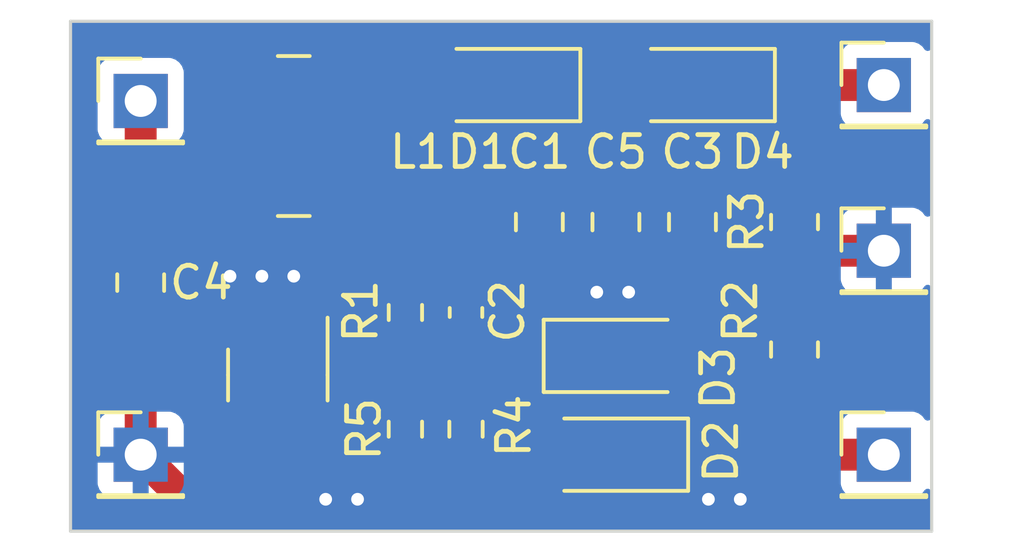
<source format=kicad_pcb>
(kicad_pcb (version 20221018) (generator pcbnew)
  (layers (0 "F.Cu" signal) (31 "B.Cu" signal) (34 "B.Paste" user) (35 "F.Paste" user) (36 "B.SilkS" user "B.Silkscreen") (37 "F.SilkS" user "F.Silkscreen") (38 "B.Mask" user) (39 "F.Mask" user) (44 "Edge.Cuts" user))
  (net 0 "")
  (net 1 "Net-(D2-A)")
  (net 2 "Net-(D1-A)")
  (net 3 "Net-(V1-FB)")
  (net 4 "Net-(D1-C)")
  (net 5 "Net-(D3-A)")
  (net 6 "GND")
  (net 7 "Net-(V1-EN)")
  (net 8 "Net-(D4-C)")
  (footprint "Connector_PinHeader_2.54mm:PinHeader_1x01_P2.54mm_Vertical" (layer "F.Cu") (at 86.5 37)
    (fp_text reference "J3" hide)
    (fp_text value "CONN01PIN")
    (fp_line (start -1.33 -1.33) (end 0 -1.33) (stroke (width 0.12)) (layer "F.SilkS"))
    (fp_line (start -1.33 0) (end -1.33 -1.33) (stroke (width 0.12)) (layer "F.SilkS"))
    (fp_line (start -1.33 1.27) (end -1.33 1.33) (stroke (width 0.12)) (layer "F.SilkS"))
    (fp_line (start -1.33 1.27) (end 1.33 1.27) (stroke (width 0.12)) (layer "F.SilkS"))
    (fp_line (start -1.33 1.33) (end 1.33 1.33) (stroke (width 0.12)) (layer "F.SilkS"))
    (fp_line (start 1.33 1.27) (end 1.33 1.33) (stroke (width 0.12)) (layer "F.SilkS"))
    (pad "1" thru_hole rect (at 0 0) (size 1.7 1.7) (drill 1) (layers "*.Cu" "*.Mask") (net 8 "Net-(D4-C)"))
  )
  (footprint "Inductor_SMD:L_Coilcraft_LPS5030" (layer "F.Cu") (at 68 38.6)
    (fp_text reference "L1" (at 3.9 0.5) (layer "F.SilkS"))
    (fp_text value "10мкГн")
    (fp_line (start -0.5 -2.51) (end 0.5 -2.51) (stroke (width 0.12)) (layer "F.SilkS"))
    (fp_line (start -0.5 2.51) (end 0.5 2.51) (stroke (width 0.12)) (layer "F.SilkS"))
    (pad "1" smd custom (at -2.2275 0) (size 1.055 3.4) (layers "F.Cu" "F.Paste" "F.Mask") (net 7 "Net-(V1-EN)") (options (clearance outline) (anchor rect)) (primitives (gr_poly (pts (xy 1.4675 -1.7) (xy 0.5275 -0.8445) (xy 0.5275 0.8445) (xy 1.4675 1.7) (xy 1.4675 2.755) (xy 0.5275 2.755) (xy -0.5275 1.7) (xy -0.5275 -1.7) (xy 0.5275 -2.755) (xy 1.4675 -2.755)) (width 0) (fill yes))))
    (pad "2" smd custom (at 2.2275 0) (size 1.055 3.4) (layers "F.Cu" "F.Paste" "F.Mask") (net 2 "Net-(D1-A)") (options (clearance outline) (anchor rect)) (primitives (gr_poly (pts (xy 0.5275 -1.7) (xy 0.5275 1.7) (xy -0.5275 2.755) (xy -1.4675 2.755) (xy -1.4675 1.7) (xy -0.5275 0.8445) (xy -0.5275 -0.8445) (xy -1.4675 -1.7) (xy -1.4675 -2.755) (xy -0.5275 -2.755)) (width 0) (fill yes))))
  )
  (footprint "Resistor_SMD:R_0603_1608Metric" (layer "F.Cu") (at 71.5 44.1375 90)
    (fp_text reference "R1" (at 0.0375 -1.4 90) (layer "F.SilkS"))
    (fp_text value "49,9k")
    (fp_line (start -0.237258 -0.5225) (end 0.237258 -0.5225) (stroke (width 0.12)) (layer "F.SilkS"))
    (fp_line (start -0.237258 0.5225) (end 0.237258 0.5225) (stroke (width 0.12)) (layer "F.SilkS"))
    (pad "1" smd roundrect (at -0.825 0 90) (size 0.8 0.95) (layers "F.Cu" "F.Paste" "F.Mask") (net 3 "Net-(V1-FB)"))
    (pad "2" smd roundrect (at 0.825 0 90) (size 0.8 0.95) (layers "F.Cu" "F.Paste" "F.Mask") (net 4 "Net-(D1-C)"))
  )
  (footprint "Resistor_SMD:R_0603_1608Metric" (layer "F.Cu") (at 73.4 47.8 90)
    (fp_text reference "R4" (at 0.1 1.5 90) (layer "F.SilkS"))
    (fp_text value "3k9")
    (fp_line (start -0.237258 -0.5225) (end 0.237258 -0.5225) (stroke (width 0.12)) (layer "F.SilkS"))
    (fp_line (start -0.237258 0.5225) (end 0.237258 0.5225) (stroke (width 0.12)) (layer "F.SilkS"))
    (pad "1" smd roundrect (at -0.825 0 90) (size 0.8 0.95) (layers "F.Cu" "F.Paste" "F.Mask") (net 6 "GND"))
    (pad "2" smd roundrect (at 0.825 0 90) (size 0.8 0.95) (layers "F.Cu" "F.Paste" "F.Mask") (net 3 "Net-(V1-FB)"))
  )
  (footprint "Connector_PinHeader_2.54mm:PinHeader_1x01_P2.54mm_Vertical" (layer "F.Cu") (at 86.5 42.2)
    (fp_text reference "J4" hide)
    (fp_text value "CONN01PIN")
    (fp_line (start -1.33 -1.33) (end 0 -1.33) (stroke (width 0.12)) (layer "F.SilkS"))
    (fp_line (start -1.33 0) (end -1.33 -1.33) (stroke (width 0.12)) (layer "F.SilkS"))
    (fp_line (start -1.33 1.27) (end -1.33 1.33) (stroke (width 0.12)) (layer "F.SilkS"))
    (fp_line (start -1.33 1.27) (end 1.33 1.27) (stroke (width 0.12)) (layer "F.SilkS"))
    (fp_line (start -1.33 1.33) (end 1.33 1.33) (stroke (width 0.12)) (layer "F.SilkS"))
    (fp_line (start 1.33 1.27) (end 1.33 1.33) (stroke (width 0.12)) (layer "F.SilkS"))
    (pad "1" thru_hole rect (at 0 0) (size 1.7 1.7) (drill 1) (layers "*.Cu" "*.Mask") (net 6 "GND"))
  )
  (footprint "Package_TO_SOT_SMD:SOT-23-6" (layer "F.Cu") (at 67.5 46.1 -90)
    (fp_text reference "V1" hide)
    (fp_text value "LN2220_")
    (fp_line (start 0 -1.56) (end -1.8 -1.56) (stroke (width 0.12)) (layer "F.SilkS"))
    (fp_line (start 0 -1.56) (end 0.8 -1.56) (stroke (width 0.12)) (layer "F.SilkS"))
    (fp_line (start 0 1.56) (end -0.8 1.56) (stroke (width 0.12)) (layer "F.SilkS"))
    (fp_line (start 0 1.56) (end 0.8 1.56) (stroke (width 0.12)) (layer "F.SilkS"))
    (pad "1" smd roundrect (at -1.1375 -0.95 270) (size 1.325 0.6) (layers "F.Cu" "F.Paste" "F.Mask") (net 2 "Net-(D1-A)"))
    (pad "2" smd roundrect (at -1.1375 0 270) (size 1.325 0.6) (layers "F.Cu" "F.Paste" "F.Mask") (net 6 "GND"))
    (pad "3" smd roundrect (at -1.1375 0.95 270) (size 1.325 0.6) (layers "F.Cu" "F.Paste" "F.Mask") (net 3 "Net-(V1-FB)"))
    (pad "4" smd roundrect (at 1.1375 0.95 270) (size 1.325 0.6) (layers "F.Cu" "F.Paste" "F.Mask") (net 7 "Net-(V1-EN)"))
    (pad "5" smd roundrect (at 1.1375 0 270) (size 1.325 0.6) (layers "F.Cu" "F.Paste" "F.Mask") (net 7 "Net-(V1-EN)"))
    (pad "6" smd roundrect (at 1.1375 -0.95 270) (size 1.325 0.6) (layers "F.Cu" "F.Paste" "F.Mask"))
  )
  (footprint "Connector_PinHeader_2.54mm:PinHeader_1x01_P2.54mm_Vertical" (layer "F.Cu") (at 86.5 48.6)
    (fp_text reference "J5" hide)
    (fp_text value "CONN01PIN")
    (fp_line (start -1.33 -1.33) (end 0 -1.33) (stroke (width 0.12)) (layer "F.SilkS"))
    (fp_line (start -1.33 0) (end -1.33 -1.33) (stroke (width 0.12)) (layer "F.SilkS"))
    (fp_line (start -1.33 1.27) (end -1.33 1.33) (stroke (width 0.12)) (layer "F.SilkS"))
    (fp_line (start -1.33 1.27) (end 1.33 1.27) (stroke (width 0.12)) (layer "F.SilkS"))
    (fp_line (start -1.33 1.33) (end 1.33 1.33) (stroke (width 0.12)) (layer "F.SilkS"))
    (fp_line (start 1.33 1.27) (end 1.33 1.33) (stroke (width 0.12)) (layer "F.SilkS"))
    (pad "1" thru_hole rect (at 0 0) (size 1.7 1.7) (drill 1) (layers "*.Cu" "*.Mask") (net 5 "Net-(D3-A)"))
  )
  (footprint "Resistor_SMD:R_0603_1608Metric" (layer "F.Cu") (at 71.5 47.8 90)
    (fp_text reference "R5" (at 0 -1.3 270) (layer "F.SilkS"))
    (fp_text value "5k1")
    (fp_line (start -0.237258 -0.5225) (end 0.237258 -0.5225) (stroke (width 0.12)) (layer "F.SilkS"))
    (fp_line (start -0.237258 0.5225) (end 0.237258 0.5225) (stroke (width 0.12)) (layer "F.SilkS"))
    (pad "1" smd roundrect (at -0.825 0 90) (size 0.8 0.95) (layers "F.Cu" "F.Paste" "F.Mask") (net 6 "GND"))
    (pad "2" smd roundrect (at 0.825 0 90) (size 0.8 0.95) (layers "F.Cu" "F.Paste" "F.Mask") (net 3 "Net-(V1-FB)"))
  )
  (footprint "Capacitor_SMD:C_0805_2012Metric" (layer "F.Cu") (at 80.5 41.3 90)
    (fp_text reference "C3" (at 2.2 0 180) (layer "F.SilkS"))
    (fp_text value "~")
    (fp_line (start -0.261252 -0.735) (end 0.261252 -0.735) (stroke (width 0.12)) (layer "F.SilkS"))
    (fp_line (start -0.261252 0.735) (end 0.261252 0.735) (stroke (width 0.12)) (layer "F.SilkS"))
    (pad "1" smd roundrect (at -0.95 0 90) (size 1 1.45) (layers "F.Cu" "F.Paste" "F.Mask") (net 5 "Net-(D3-A)"))
    (pad "2" smd roundrect (at 0.95 0 90) (size 1 1.45) (layers "F.Cu" "F.Paste" "F.Mask") (net 6 "GND"))
  )
  (footprint "Connector_PinHeader_2.54mm:PinHeader_1x01_P2.54mm_Vertical" (layer "F.Cu") (at 63.2 48.6)
    (fp_text reference "J2" hide)
    (fp_text value "CONN01PIN")
    (fp_line (start -1.33 -1.33) (end 0 -1.33) (stroke (width 0.12)) (layer "F.SilkS"))
    (fp_line (start -1.33 0) (end -1.33 -1.33) (stroke (width 0.12)) (layer "F.SilkS"))
    (fp_line (start -1.33 1.27) (end -1.33 1.33) (stroke (width 0.12)) (layer "F.SilkS"))
    (fp_line (start -1.33 1.27) (end 1.33 1.27) (stroke (width 0.12)) (layer "F.SilkS"))
    (fp_line (start -1.33 1.33) (end 1.33 1.33) (stroke (width 0.12)) (layer "F.SilkS"))
    (fp_line (start 1.33 1.27) (end 1.33 1.33) (stroke (width 0.12)) (layer "F.SilkS"))
    (pad "1" thru_hole rect (at 0 0) (size 1.7 1.7) (drill 1) (layers "*.Cu" "*.Mask") (net 6 "GND"))
  )
  (footprint "Resistor_SMD:R_0805_2012Metric" (layer "F.Cu") (at 83.7 45.3 90)
    (fp_text reference "R2" (at 1.2 -1.7 90) (layer "F.SilkS"))
    (fp_text value "6k8")
    (fp_line (start -0.227064 -0.735) (end 0.227064 -0.735) (stroke (width 0.12)) (layer "F.SilkS"))
    (fp_line (start -0.227064 0.735) (end 0.227064 0.735) (stroke (width 0.12)) (layer "F.SilkS"))
    (pad "1" smd roundrect (at -0.9125 0 90) (size 1.025 1.4) (layers "F.Cu" "F.Paste" "F.Mask") (roundrect_rratio 0.243902) (net 5 "Net-(D3-A)"))
    (pad "2" smd roundrect (at 0.9125 0 90) (size 1.025 1.4) (layers "F.Cu" "F.Paste" "F.Mask") (roundrect_rratio 0.243902) (net 6 "GND"))
  )
  (footprint "Capacitor_SMD:C_0805_2012Metric" (layer "F.Cu") (at 75.7 41.3 90)
    (fp_text reference "C1" (at 2.2 0 180) (layer "F.SilkS"))
    (fp_text value "~")
    (fp_line (start -0.261252 -0.735) (end 0.261252 -0.735) (stroke (width 0.12)) (layer "F.SilkS"))
    (fp_line (start -0.261252 0.735) (end 0.261252 0.735) (stroke (width 0.12)) (layer "F.SilkS"))
    (pad "1" smd roundrect (at -0.95 0 90) (size 1 1.45) (layers "F.Cu" "F.Paste" "F.Mask") (net 1 "Net-(D2-A)"))
    (pad "2" smd roundrect (at 0.95 0 90) (size 1 1.45) (layers "F.Cu" "F.Paste" "F.Mask") (net 2 "Net-(D1-A)"))
  )
  (footprint "Capacitor_SMD:C_0805_2012Metric" (layer "F.Cu") (at 78.1 41.3 90)
    (fp_text reference "C5" (at 2.2 0 180) (layer "F.SilkS"))
    (fp_text value "~")
    (fp_line (start -0.261252 -0.735) (end 0.261252 -0.735) (stroke (width 0.12)) (layer "F.SilkS"))
    (fp_line (start -0.261252 0.735) (end 0.261252 0.735) (stroke (width 0.12)) (layer "F.SilkS"))
    (pad "1" smd roundrect (at -0.95 0 90) (size 1 1.45) (layers "F.Cu" "F.Paste" "F.Mask") (net 6 "GND"))
    (pad "2" smd roundrect (at 0.95 0 90) (size 1 1.45) (layers "F.Cu" "F.Paste" "F.Mask") (net 4 "Net-(D1-C)"))
  )
  (footprint "Capacitor_SMD:C_0603_1608Metric" (layer "F.Cu") (at 73.4 44.1375 90)
    (fp_text reference "C2" (at 0.0375 1.3 90) (layer "F.SilkS"))
    (fp_text value "~")
    (fp_line (start -0.14058 -0.51) (end 0.14058 -0.51) (stroke (width 0.12)) (layer "F.SilkS"))
    (fp_line (start -0.14058 0.51) (end 0.14058 0.51) (stroke (width 0.12)) (layer "F.SilkS"))
    (pad "1" smd roundrect (at -0.775 0 90) (size 0.9 0.95) (layers "F.Cu" "F.Paste" "F.Mask") (net 3 "Net-(V1-FB)"))
    (pad "2" smd roundrect (at 0.775 0 90) (size 0.9 0.95) (layers "F.Cu" "F.Paste" "F.Mask") (net 4 "Net-(D1-C)"))
  )
  (footprint "Diode_SMD:D_1206_3216Metric" (layer "F.Cu") (at 80.8 37 180)
    (fp_text reference "D4" (at -1.9 -2.1) (layer "F.SilkS"))
    (fp_text value "~")
    (fp_line (start -2.285 -1.135) (end -2.285 1.135) (stroke (width 0.12)) (layer "F.SilkS"))
    (fp_line (start -2.285 1.135) (end 1.6 1.135) (stroke (width 0.12)) (layer "F.SilkS"))
    (fp_line (start 1.6 -1.135) (end -2.285 -1.135) (stroke (width 0.12)) (layer "F.SilkS"))
    (pad "1" smd roundrect (at -1.4 0 180) (size 1.25 1.75) (layers "F.Cu" "F.Paste" "F.Mask") (roundrect_rratio 0.2) (net 8 "Net-(D4-C)"))
    (pad "2" smd roundrect (at 1.4 0 180) (size 1.25 1.75) (layers "F.Cu" "F.Paste" "F.Mask") (roundrect_rratio 0.2) (net 4 "Net-(D1-C)"))
  )
  (footprint "Capacitor_SMD:C_0805_2012Metric" (layer "F.Cu") (at 63.2 43.2 90)
    (fp_text reference "C4" (at 0 1.9 180) (layer "F.SilkS"))
    (fp_text value "~")
    (fp_line (start -0.261252 -0.735) (end 0.261252 -0.735) (stroke (width 0.12)) (layer "F.SilkS"))
    (fp_line (start -0.261252 0.735) (end 0.261252 0.735) (stroke (width 0.12)) (layer "F.SilkS"))
    (pad "1" smd roundrect (at -0.95 0 90) (size 1 1.45) (layers "F.Cu" "F.Paste" "F.Mask") (net 6 "GND"))
    (pad "2" smd roundrect (at 0.95 0 90) (size 1 1.45) (layers "F.Cu" "F.Paste" "F.Mask") (net 7 "Net-(V1-EN)"))
  )
  (footprint "Diode_SMD:D_1206_3216Metric" (layer "F.Cu") (at 78.08 48.6 180)
    (fp_text reference "D2" (at -3.32 0.1 90) (layer "F.SilkS"))
    (fp_text value "~")
    (fp_line (start -2.285 -1.135) (end -2.285 1.135) (stroke (width 0.12)) (layer "F.SilkS"))
    (fp_line (start -2.285 1.135) (end 1.6 1.135) (stroke (width 0.12)) (layer "F.SilkS"))
    (fp_line (start 1.6 -1.135) (end -2.285 -1.135) (stroke (width 0.12)) (layer "F.SilkS"))
    (pad "1" smd roundrect (at -1.4 0 180) (size 1.25 1.75) (layers "F.Cu" "F.Paste" "F.Mask") (roundrect_rratio 0.2) (net 6 "GND"))
    (pad "2" smd roundrect (at 1.4 0 180) (size 1.25 1.75) (layers "F.Cu" "F.Paste" "F.Mask") (roundrect_rratio 0.2) (net 1 "Net-(D2-A)"))
  )
  (footprint "Diode_SMD:D_1206_3216Metric" (layer "F.Cu") (at 78.12 45.5)
    (fp_text reference "D3" (at 3.18 0.7 -90) (layer "F.SilkS"))
    (fp_text value "~")
    (fp_line (start -2.285 -1.135) (end -2.285 1.135) (stroke (width 0.12)) (layer "F.SilkS"))
    (fp_line (start -2.285 1.135) (end 1.6 1.135) (stroke (width 0.12)) (layer "F.SilkS"))
    (fp_line (start 1.6 -1.135) (end -2.285 -1.135) (stroke (width 0.12)) (layer "F.SilkS"))
    (pad "1" smd roundrect (at -1.4 0) (size 1.25 1.75) (layers "F.Cu" "F.Paste" "F.Mask") (roundrect_rratio 0.2) (net 1 "Net-(D2-A)"))
    (pad "2" smd roundrect (at 1.4 0) (size 1.25 1.75) (layers "F.Cu" "F.Paste" "F.Mask") (roundrect_rratio 0.2) (net 5 "Net-(D3-A)"))
  )
  (footprint "Resistor_SMD:R_0805_2012Metric" (layer "F.Cu") (at 83.7 41.3 90)
    (fp_text reference "R3" (at 0 -1.5 90) (layer "F.SilkS"))
    (fp_text value "6k8")
    (fp_line (start -0.227064 -0.735) (end 0.227064 -0.735) (stroke (width 0.12)) (layer "F.SilkS"))
    (fp_line (start -0.227064 0.735) (end 0.227064 0.735) (stroke (width 0.12)) (layer "F.SilkS"))
    (pad "1" smd roundrect (at -0.9125 0 90) (size 1.025 1.4) (layers "F.Cu" "F.Paste" "F.Mask") (roundrect_rratio 0.243902) (net 6 "GND"))
    (pad "2" smd roundrect (at 0.9125 0 90) (size 1.025 1.4) (layers "F.Cu" "F.Paste" "F.Mask") (roundrect_rratio 0.243902) (net 4 "Net-(D1-C)"))
  )
  (footprint "Diode_SMD:D_1206_3216Metric" (layer "F.Cu") (at 74.7 37 180)
    (fp_text reference "D1" (at 0.9 -2.1) (layer "F.SilkS"))
    (fp_text value "~")
    (fp_line (start -2.285 -1.135) (end -2.285 1.135) (stroke (width 0.12)) (layer "F.SilkS"))
    (fp_line (start -2.285 1.135) (end 1.6 1.135) (stroke (width 0.12)) (layer "F.SilkS"))
    (fp_line (start 1.6 -1.135) (end -2.285 -1.135) (stroke (width 0.12)) (layer "F.SilkS"))
    (pad "1" smd roundrect (at -1.4 0 180) (size 1.25 1.75) (layers "F.Cu" "F.Paste" "F.Mask") (roundrect_rratio 0.2) (net 4 "Net-(D1-C)"))
    (pad "2" smd roundrect (at 1.4 0 180) (size 1.25 1.75) (layers "F.Cu" "F.Paste" "F.Mask") (roundrect_rratio 0.2) (net 2 "Net-(D1-A)"))
  )
  (footprint "Connector_PinHeader_2.54mm:PinHeader_1x01_P2.54mm_Vertical" (layer "F.Cu") (at 63.2 37.5)
    (fp_text reference "J1" hide)
    (fp_text value "CONN01PIN")
    (fp_line (start -1.33 -1.33) (end 0 -1.33) (stroke (width 0.12)) (layer "F.SilkS"))
    (fp_line (start -1.33 0) (end -1.33 -1.33) (stroke (width 0.12)) (layer "F.SilkS"))
    (fp_line (start -1.33 1.27) (end -1.33 1.33) (stroke (width 0.12)) (layer "F.SilkS"))
    (fp_line (start -1.33 1.27) (end 1.33 1.27) (stroke (width 0.12)) (layer "F.SilkS"))
    (fp_line (start -1.33 1.33) (end 1.33 1.33) (stroke (width 0.12)) (layer "F.SilkS"))
    (fp_line (start 1.33 1.27) (end 1.33 1.33) (stroke (width 0.12)) (layer "F.SilkS"))
    (pad "1" thru_hole rect (at 0 0) (size 1.7 1.7) (drill 1) (layers "*.Cu" "*.Mask") (net 7 "Net-(V1-EN)"))
  )
  (gr_line (start 61 51) (end 88 51) (stroke (width 0.1)) (layer "Edge.Cuts"))
  (gr_line (start 61 35) (end 61 51) (stroke (width 0.1)) (layer "Edge.Cuts"))
  (gr_line (start 88 35) (end 61 35) (stroke (width 0.1)) (layer "Edge.Cuts"))
  (gr_line (start 88 51) (end 88 35) (stroke (width 0.1)) (layer "Edge.Cuts"))
  (segment (start 75.7 42.25) (end 75.7 44.48) (width 0.5) (layer "F.Cu") (net 1))
  (segment (start 75.7 44.48) (end 76.72 45.5) (width 0.5) (layer "F.Cu") (net 1))
  (segment (start 76.72 48.56) (end 76.68 48.6) (width 0.5) (layer "F.Cu") (net 1))
  (segment (start 76.72 45.5) (end 76.72 48.56) (width 1) (layer "F.Cu") (net 1))
  (segment (start 73.3 37) (end 71.8275 37) (width 1) (layer "F.Cu") (net 2))
  (segment (start 69.8 44.1) (end 69.8 42.2) (width 0.5) (layer "F.Cu") (net 2))
  (segment (start 75.7 40.35) (end 71.9775 40.35) (width 1) (layer "F.Cu") (net 2))
  (segment (start 69.8 42.2) (end 70.2275 41.7725) (width 0.5) (layer "F.Cu") (net 2))
  (segment (start 68.9375 44.9625) (end 69.8 44.1) (width 0.5) (layer "F.Cu") (net 2))
  (segment (start 71.8275 37) (end 70.2275 38.6) (width 1) (layer "F.Cu") (net 2))
  (segment (start 71.9775 40.35) (end 70.2275 38.6) (width 1) (layer "F.Cu") (net 2))
  (segment (start 70.2275 41.7725) (end 70.2275 38.6) (width 0.5) (layer "F.Cu") (net 2))
  (segment (start 68.45 44.9625) (end 68.9375 44.9625) (width 0.5) (layer "F.Cu") (net 2))
  (segment (start 73.4 44.9125) (end 73.4 46.1) (width 0.5) (layer "F.Cu") (net 3))
  (segment (start 66.55 45.75) (end 66.9 46.1) (width 0.5) (layer "F.Cu") (net 3))
  (segment (start 73.4 46.1) (end 73.4 46.975) (width 0.5) (layer "F.Cu") (net 3))
  (segment (start 71.5 44.9625) (end 71.5 46.975) (width 0.5) (layer "F.Cu") (net 3))
  (segment (start 66.9 46.1) (end 73.4 46.1) (width 0.5) (layer "F.Cu") (net 3))
  (segment (start 66.55 44.9625) (end 66.55 45.75) (width 0.5) (layer "F.Cu") (net 3))
  (segment (start 82 39.1) (end 81.9 39) (width 0.5) (layer "F.Cu") (net 4))
  (segment (start 73.4 43.3625) (end 73.4 41.8) (width 0.5) (layer "F.Cu") (net 4))
  (segment (start 83.7 39.4) (end 83.4 39.1) (width 0.5) (layer "F.Cu") (net 4))
  (segment (start 76.1 37) (end 79.4 37) (width 1) (layer "F.Cu") (net 4))
  (segment (start 76.8 41.3) (end 77.75 40.35) (width 0.5) (layer "F.Cu") (net 4))
  (segment (start 79.4 37.8) (end 78.1 39.1) (width 0.5) (layer "F.Cu") (net 4))
  (segment (start 83.4 39.1) (end 82 39.1) (width 0.5) (layer "F.Cu") (net 4))
  (segment (start 73.4 41.8) (end 73.9 41.3) (width 0.5) (layer "F.Cu") (net 4))
  (segment (start 79.4 38.1) (end 79.4 37) (width 0.5) (layer "F.Cu") (net 4))
  (segment (start 80.3 39) (end 79.4 38.1) (width 0.5) (layer "F.Cu") (net 4))
  (segment (start 78.1 39.1) (end 78.1 40.35) (width 0.5) (layer "F.Cu") (net 4))
  (segment (start 73.35 43.3125) (end 73.4 43.3625) (width 0.5) (layer "F.Cu") (net 4))
  (segment (start 83.7 40.3875) (end 83.7 39.4) (width 0.5) (layer "F.Cu") (net 4))
  (segment (start 81.9 39) (end 80.3 39) (width 0.5) (layer "F.Cu") (net 4))
  (segment (start 77.75 40.35) (end 78.1 40.35) (width 0.5) (layer "F.Cu") (net 4))
  (segment (start 79.4 37) (end 79.4 37.8) (width 0.5) (layer "F.Cu") (net 4))
  (segment (start 73.9 41.3) (end 76.8 41.3) (width 0.5) (layer "F.Cu") (net 4))
  (segment (start 71.5 43.3125) (end 73.35 43.3125) (width 0.5) (layer "F.Cu") (net 4))
  (segment (start 80.5 42.25) (end 80.5 44.52) (width 0.5) (layer "F.Cu") (net 5))
  (segment (start 82.2125 46.2125) (end 81.5 45.5) (width 1) (layer "F.Cu") (net 5))
  (segment (start 83.7 48) (end 83.7 46.2125) (width 1) (layer "F.Cu") (net 5))
  (segment (start 80.5 44.52) (end 79.52 45.5) (width 0.5) (layer "F.Cu") (net 5))
  (segment (start 81.5 45.5) (end 79.52 45.5) (width 1) (layer "F.Cu") (net 5))
  (segment (start 84.3 48.6) (end 83.7 48) (width 1) (layer "F.Cu") (net 5))
  (segment (start 86.5 48.6) (end 84.3 48.6) (width 1) (layer "F.Cu") (net 5))
  (segment (start 83.7 46.2125) (end 82.2125 46.2125) (width 1) (layer "F.Cu") (net 5))
  (segment (start 83.7125 42.2) (end 83.7 42.2125) (width 1) (layer "F.Cu") (net 6))
  (segment (start 82 50) (end 81 50) (width 0.5) (layer "F.Cu") (net 6))
  (segment (start 67.5 44.9625) (end 67.5 43.5) (width 0.5) (layer "F.Cu") (net 6))
  (segment (start 78.1 42.25) (end 78.1 43.1) (width 0.5) (layer "F.Cu") (net 6))
  (segment (start 67.5 43.5) (end 67 43) (width 0.5) (layer "F.Cu") (net 6))
  (segment (start 63.2 48.6) (end 64.6 50) (width 1) (layer "F.Cu") (net 6))
  (segment (start 77.5 43.5) (end 78.5 43.5) (width 0.5) (layer "F.Cu") (net 6))
  (segment (start 79.48 48.6) (end 80.5 48.6) (width 0.5) (layer "F.Cu") (net 6))
  (segment (start 81 49.1) (end 81 50) (width 0.5) (layer "F.Cu") (net 6))
  (segment (start 63.2 44.15) (end 63.2 48.6) (width 1) (layer "F.Cu") (net 6))
  (segment (start 68 43) (end 66 43) (width 0.5) (layer "F.Cu") (net 6))
  (segment (start 71.375 48.625) (end 70 50) (width 0.5) (layer "F.Cu") (net 6))
  (segment (start 81.45 40.35) (end 83.3125 42.2125) (width 0.5) (layer "F.Cu") (net 6))
  (segment (start 64.6 50) (end 70 50) (width 1) (layer "F.Cu") (net 6))
  (segment (start 71.5 48.625) (end 71.375 48.625) (width 0.5) (layer "F.Cu") (net 6))
  (segment (start 83.7 42.2125) (end 83.7 44.3875) (width 0.5) (layer "F.Cu") (net 6))
  (segment (start 80.5 48.6) (end 81 49.1) (width 0.5) (layer "F.Cu") (net 6))
  (segment (start 78.1 43.1) (end 78.5 43.5) (width 0.5) (layer "F.Cu") (net 6))
  (segment (start 83.3125 42.2125) (end 83.7 42.2125) (width 0.5) (layer "F.Cu") (net 6))
  (segment (start 80.5 40.35) (end 81.45 40.35) (width 0.5) (layer "F.Cu") (net 6))
  (segment (start 86.5 42.2) (end 83.7125 42.2) (width 1) (layer "F.Cu") (net 6))
  (segment (start 73.4 48.625) (end 71.5 48.625) (width 0.5) (layer "F.Cu") (net 6))
  (via (at 82 50) (size 0.8) (drill 0.4) (layers "F.Cu" "B.Cu") (net 6))
  (via (at 77.5 43.5) (size 0.8) (drill 0.4) (layers "F.Cu" "B.Cu") (net 6))
  (via (at 78.5 43.5) (size 0.8) (drill 0.4) (layers "F.Cu" "B.Cu") (net 6))
  (via (at 67 43) (size 0.8) (drill 0.4) (layers "F.Cu" "B.Cu") (net 6))
  (via (at 69 50) (size 0.8) (drill 0.4) (layers "F.Cu" "B.Cu") (net 6))
  (via (at 70 50) (size 0.8) (drill 0.4) (layers "F.Cu" "B.Cu") (net 6))
  (via (at 68 43) (size 0.8) (drill 0.4) (layers "F.Cu" "B.Cu") (net 6))
  (via (at 66 43) (size 0.8) (drill 0.4) (layers "F.Cu" "B.Cu") (net 6))
  (via (at 81 50) (size 0.8) (drill 0.4) (layers "F.Cu" "B.Cu") (net 6))
  (segment (start 64.9 41.3) (end 63.2 39.6) (width 1) (layer "F.Cu") (net 7))
  (segment (start 66.55 47.2375) (end 65.6375 47.2375) (width 0.5) (layer "F.Cu") (net 7))
  (segment (start 66.55 47.2375) (end 67.5 47.2375) (width 0.5) (layer "F.Cu") (net 7))
  (segment (start 63.2 37.5) (end 63.2 39.6) (width 1) (layer "F.Cu") (net 7))
  (segment (start 64.9 46.5) (end 64.9 41.3) (width 1) (layer "F.Cu") (net 7))
  (segment (start 65.7725 40.4275) (end 65.7725 38.6) (width 0.5) (layer "F.Cu") (net 7))
  (segment (start 65.6375 47.2375) (end 64.9 46.5) (width 1) (layer "F.Cu") (net 7))
  (segment (start 64.9 41.3) (end 65.7725 40.4275) (width 1) (layer "F.Cu") (net 7))
  (segment (start 63.2 39.6) (end 63.2 42.25) (width 1) (layer "F.Cu") (net 7))
  (segment (start 86.5 37) (end 82.2 37) (width 1) (layer "F.Cu") (net 8))
  (zone (net 6) (net_name "GND") (layer "B.Cu") (connect_pads (clearance 0.5)) (min_thickness 0.25) (fill yes (thermal_gap 0.5) (thermal_bridge_width 0.5))
    (polygon (pts (xy 61 35) (xy 88 35) (xy 88 51) (xy 61 51)))
  )
)
</source>
